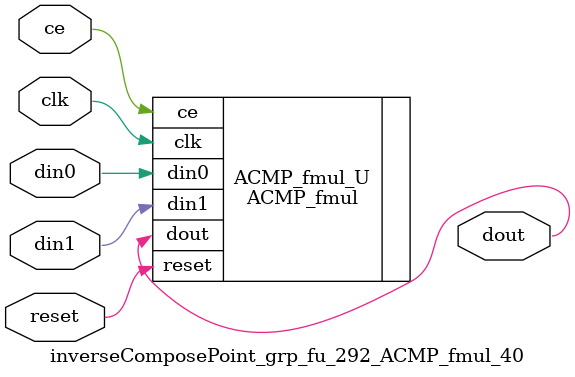
<source format=v>

`timescale 1 ns / 1 ps
module inverseComposePoint_grp_fu_292_ACMP_fmul_40(
    clk,
    reset,
    ce,
    din0,
    din1,
    dout);

parameter ID = 32'd1;
parameter NUM_STAGE = 32'd1;
parameter din0_WIDTH = 32'd1;
parameter din1_WIDTH = 32'd1;
parameter dout_WIDTH = 32'd1;
input clk;
input reset;
input ce;
input[din0_WIDTH - 1:0] din0;
input[din1_WIDTH - 1:0] din1;
output[dout_WIDTH - 1:0] dout;



ACMP_fmul #(
.ID( ID ),
.NUM_STAGE( 4 ),
.din0_WIDTH( din0_WIDTH ),
.din1_WIDTH( din1_WIDTH ),
.dout_WIDTH( dout_WIDTH ))
ACMP_fmul_U(
    .clk( clk ),
    .reset( reset ),
    .ce( ce ),
    .din0( din0 ),
    .din1( din1 ),
    .dout( dout ));

endmodule

</source>
